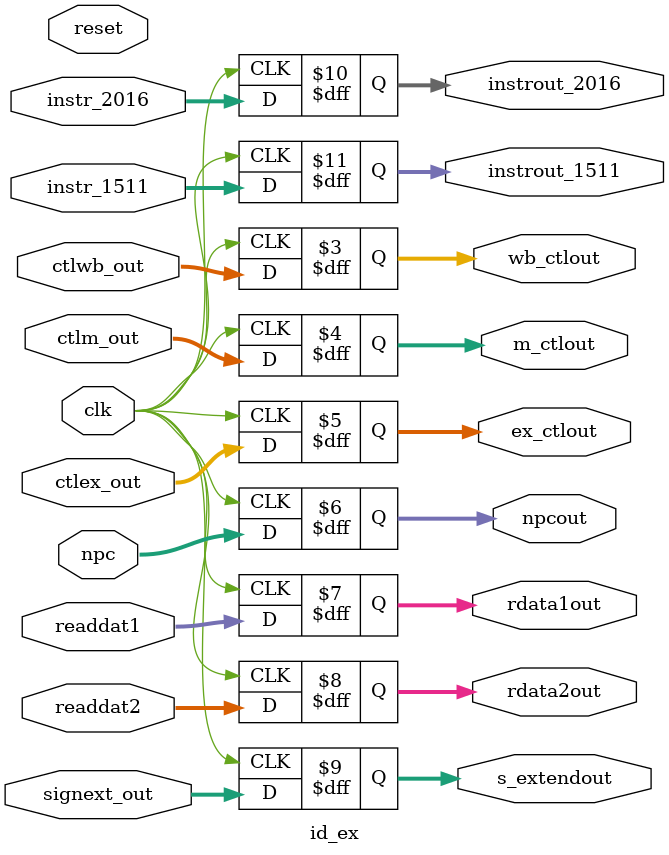
<source format=v>
`timescale 1ns / 1ps


module id_ex(
    input wire clk, reset,
    input wire [1:0] ctlwb_out,
    input wire [2:0] ctlm_out,
    input wire [3:0] ctlex_out,
    input wire [31:0] npc, readdat1, readdat2, signext_out,
    input wire [4:0] instr_2016, instr_1511,
    
    output reg [1:0] wb_ctlout,
    output reg [2:0] m_ctlout,
    output reg [3:0] ex_ctlout,
    output reg [31:0] npcout, rdata1out, rdata2out, s_extendout,
    output reg [4:0] instrout_2016, instrout_1511
    
);

    initial begin
        wb_ctlout <= 0;
        m_ctlout <= 0;
        ex_ctlout <= 0;
        npcout <= 0;
        rdata1out <= 0;
        rdata2out <= 0;
        s_extendout <= 0;
        instrout_2016 <= 0;
        instrout_1511 <= 0;
    end

    always @(posedge clk) begin
        wb_ctlout <= ctlwb_out;
        m_ctlout <= ctlm_out;
        ex_ctlout <= ctlex_out;
        npcout <= npc;
        rdata1out <= readdat1;
        rdata2out <= readdat2;
        s_extendout <= signext_out;
        instrout_2016 <= instr_2016;
        instrout_1511 <= instr_1511;    
    end

endmodule

</source>
